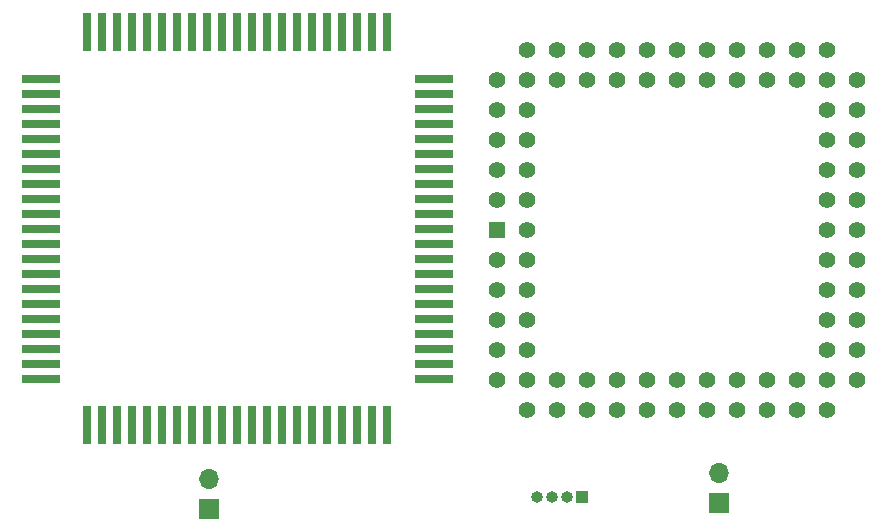
<source format=gbs>
G04 #@! TF.GenerationSoftware,KiCad,Pcbnew,7.0.0-1.fc37*
G04 #@! TF.CreationDate,2023-02-19T18:56:11+00:00*
G04 #@! TF.ProjectId,Agnus,41676e75-732e-46b6-9963-61645f706362,rev?*
G04 #@! TF.SameCoordinates,Original*
G04 #@! TF.FileFunction,Soldermask,Bot*
G04 #@! TF.FilePolarity,Negative*
%FSLAX46Y46*%
G04 Gerber Fmt 4.6, Leading zero omitted, Abs format (unit mm)*
G04 Created by KiCad (PCBNEW 7.0.0-1.fc37) date 2023-02-19 18:56:11*
%MOMM*%
%LPD*%
G01*
G04 APERTURE LIST*
%ADD10R,1.000000X1.000000*%
%ADD11O,1.000000X1.000000*%
%ADD12R,1.700000X1.700000*%
%ADD13O,1.700000X1.700000*%
%ADD14R,3.300000X0.700000*%
%ADD15R,0.700000X3.300000*%
%ADD16R,1.422400X1.422400*%
%ADD17C,1.422400*%
G04 APERTURE END LIST*
D10*
X142366999Y-74675999D03*
D11*
X141096999Y-74675999D03*
X139826999Y-74675999D03*
X138556999Y-74675999D03*
D12*
X110743999Y-75691999D03*
D13*
X110743999Y-73151999D03*
D12*
X153923999Y-75133199D03*
D13*
X153923999Y-72593199D03*
D14*
X129793999Y-51971999D03*
X129793999Y-50701999D03*
X129793999Y-49431999D03*
X129793999Y-48161999D03*
X129793999Y-46891999D03*
X129793999Y-45621999D03*
X129793999Y-44351999D03*
X129793999Y-43081999D03*
X129793999Y-41811999D03*
X129793999Y-40541999D03*
X129793999Y-39271999D03*
D15*
X125885999Y-35305999D03*
X124615999Y-35305999D03*
X123345999Y-35305999D03*
X122075999Y-35305999D03*
X120805999Y-35305999D03*
X119535999Y-35305999D03*
X118265999Y-35305999D03*
X116995999Y-35305999D03*
X115725999Y-35305999D03*
X114455999Y-35305999D03*
X113185999Y-35305999D03*
X111915999Y-35305999D03*
X110645999Y-35305999D03*
X109375999Y-35305999D03*
X108105999Y-35305999D03*
X106835999Y-35305999D03*
X105565999Y-35305999D03*
X104295999Y-35305999D03*
X103025999Y-35305999D03*
X101755999Y-35305999D03*
X100485999Y-35305999D03*
D14*
X96519999Y-39271999D03*
X96519999Y-40541999D03*
X96519999Y-41811999D03*
X96519999Y-43081999D03*
X96519999Y-44351999D03*
X96519999Y-45621999D03*
X96519999Y-46891999D03*
X96519999Y-48161999D03*
X96519999Y-49431999D03*
X96519999Y-50701999D03*
X96519999Y-51971999D03*
X96519999Y-53241999D03*
X96519999Y-54511999D03*
X96519999Y-55781999D03*
X96519999Y-57051999D03*
X96519999Y-58321999D03*
X96519999Y-59591999D03*
X96519999Y-60861999D03*
X96519999Y-62131999D03*
X96519999Y-63401999D03*
X96519999Y-64671999D03*
D15*
X100485999Y-68579999D03*
X101755999Y-68579999D03*
X103025999Y-68579999D03*
X104295999Y-68579999D03*
X105565999Y-68579999D03*
X106835999Y-68579999D03*
X108105999Y-68579999D03*
X109375999Y-68579999D03*
X110645999Y-68579999D03*
X111915999Y-68579999D03*
X113185999Y-68579999D03*
X114455999Y-68579999D03*
X115725999Y-68579999D03*
X116995999Y-68579999D03*
X118265999Y-68579999D03*
X119535999Y-68579999D03*
X120805999Y-68579999D03*
X122075999Y-68579999D03*
X123345999Y-68579999D03*
X124615999Y-68579999D03*
X125885999Y-68579999D03*
D14*
X129793999Y-64671999D03*
X129793999Y-63401999D03*
X129793999Y-62131999D03*
X129793999Y-60861999D03*
X129793999Y-59591999D03*
X129793999Y-58321999D03*
X129793999Y-57051999D03*
X129793999Y-55781999D03*
X129793999Y-54511999D03*
X129793999Y-53241999D03*
D16*
X135127999Y-52069999D03*
D17*
X137668000Y-52070000D03*
X135128000Y-49530000D03*
X137668000Y-49530000D03*
X135128000Y-46990000D03*
X137668000Y-46990000D03*
X135128000Y-44450000D03*
X137668000Y-44450000D03*
X135128000Y-41910000D03*
X137668000Y-41910000D03*
X135128000Y-39370000D03*
X137668000Y-36830000D03*
X137668000Y-39370000D03*
X140208000Y-36830000D03*
X140208000Y-39370000D03*
X142748000Y-36830000D03*
X142748000Y-39370000D03*
X145288000Y-36830000D03*
X145288000Y-39370000D03*
X147828000Y-36830000D03*
X147828000Y-39370000D03*
X150368000Y-36830000D03*
X150368000Y-39370000D03*
X152908000Y-36830000D03*
X152908000Y-39370000D03*
X155448000Y-36830000D03*
X155448000Y-39370000D03*
X157988000Y-36830000D03*
X157988000Y-39370000D03*
X160528000Y-36830000D03*
X160528000Y-39370000D03*
X163068000Y-36830000D03*
X165608000Y-39370000D03*
X163068000Y-39370000D03*
X165608000Y-41910000D03*
X163068000Y-41910000D03*
X165608000Y-44450000D03*
X163068000Y-44450000D03*
X165608000Y-46990000D03*
X163068000Y-46990000D03*
X165608000Y-49530000D03*
X163068000Y-49530000D03*
X165608000Y-52070000D03*
X163068000Y-52070000D03*
X165608000Y-54610000D03*
X163068000Y-54610000D03*
X165608000Y-57150000D03*
X163068000Y-57150000D03*
X165608000Y-59690000D03*
X163068000Y-59690000D03*
X165608000Y-62230000D03*
X163068000Y-62230000D03*
X165608000Y-64770000D03*
X163068000Y-67310000D03*
X163068000Y-64770000D03*
X160528000Y-67310000D03*
X160528000Y-64770000D03*
X157988000Y-67310000D03*
X157988000Y-64770000D03*
X155448000Y-67310000D03*
X155448000Y-64770000D03*
X152908000Y-67310000D03*
X152908000Y-64770000D03*
X150368000Y-67310000D03*
X150368000Y-64770000D03*
X147828000Y-67310000D03*
X147828000Y-64770000D03*
X145288000Y-67310000D03*
X145288000Y-64770000D03*
X142748000Y-67310000D03*
X142748000Y-64770000D03*
X140208000Y-67310000D03*
X140208000Y-64770000D03*
X137668000Y-67310000D03*
X135128000Y-64770000D03*
X137668000Y-64770000D03*
X135128000Y-62230000D03*
X137668000Y-62230000D03*
X135128000Y-59690000D03*
X137668000Y-59690000D03*
X135128000Y-57150000D03*
X137668000Y-57150000D03*
X135128000Y-54610000D03*
X137668000Y-54610000D03*
M02*

</source>
